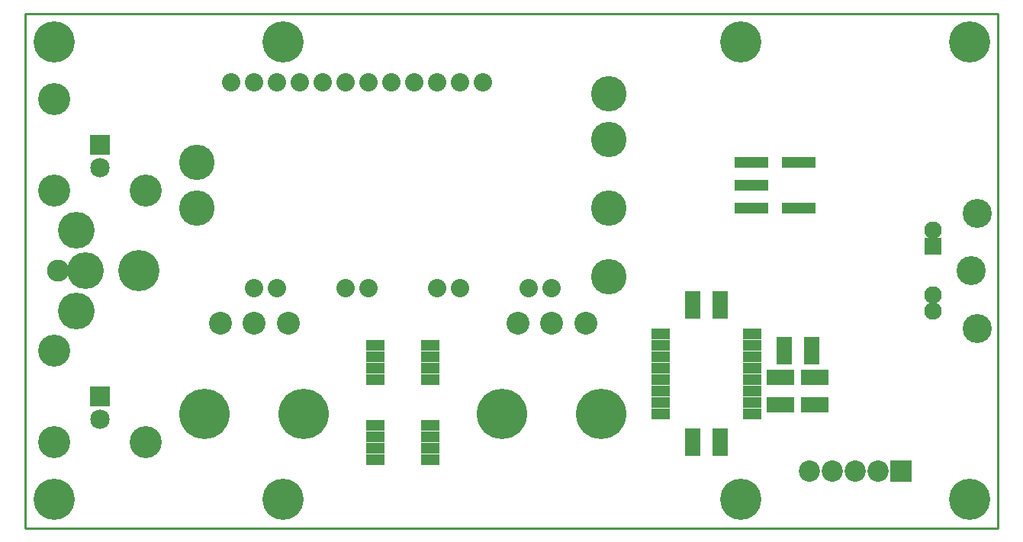
<source format=gts>
G04 (created by PCBNEW-RS274X (2011-05-25)-stable) date Fri 04 Oct 2013 02:44:26 PM EDT*
G01*
G70*
G90*
%MOIN*%
G04 Gerber Fmt 3.4, Leading zero omitted, Abs format*
%FSLAX34Y34*%
G04 APERTURE LIST*
%ADD10C,0.006000*%
%ADD11C,0.009000*%
%ADD12C,0.127000*%
%ADD13C,0.076000*%
%ADD14R,0.076000X0.076000*%
%ADD15C,0.180000*%
%ADD16C,0.080000*%
%ADD17R,0.080000X0.045000*%
%ADD18R,0.070000X0.120000*%
%ADD19R,0.120000X0.070000*%
%ADD20C,0.220000*%
%ADD21C,0.100000*%
%ADD22C,0.096000*%
%ADD23C,0.160000*%
%ADD24C,0.140000*%
%ADD25R,0.085000X0.085000*%
%ADD26C,0.085000*%
%ADD27C,0.093000*%
%ADD28R,0.093000X0.093000*%
%ADD29C,0.155000*%
%ADD30R,0.145000X0.050000*%
G04 APERTURE END LIST*
G54D10*
G54D11*
X29500Y-30500D02*
X29500Y-53000D01*
X72000Y-30500D02*
X29500Y-30500D01*
X72000Y-53000D02*
X72000Y-30500D01*
X29500Y-53000D02*
X72000Y-53000D01*
G54D12*
X71090Y-44270D03*
X71090Y-39230D03*
G54D13*
X69170Y-43520D03*
X69170Y-39980D03*
X69170Y-42815D03*
G54D14*
X69170Y-40685D03*
G54D12*
X70820Y-41750D03*
G54D15*
X30750Y-51750D03*
X40750Y-51750D03*
X30750Y-31750D03*
X60750Y-51750D03*
X70750Y-31750D03*
X70750Y-51750D03*
G54D16*
X44500Y-42500D03*
X43500Y-42500D03*
X40500Y-42500D03*
X39500Y-42500D03*
X47500Y-42500D03*
X48500Y-42500D03*
X51500Y-42500D03*
X52500Y-42500D03*
X38500Y-33500D03*
X39500Y-33500D03*
X40500Y-33500D03*
X41500Y-33500D03*
X42500Y-33500D03*
X43500Y-33500D03*
X44500Y-33500D03*
X45500Y-33500D03*
X46500Y-33500D03*
X47500Y-33500D03*
X48500Y-33500D03*
X49500Y-33500D03*
G54D17*
X57250Y-44500D03*
X57250Y-45000D03*
X57250Y-45500D03*
X57250Y-46000D03*
X57250Y-46500D03*
X57250Y-47000D03*
X57250Y-47500D03*
X57250Y-48000D03*
X61250Y-48000D03*
X61250Y-47500D03*
X61250Y-47000D03*
X61250Y-46500D03*
X61250Y-46000D03*
X61250Y-45500D03*
X61250Y-45000D03*
X61250Y-44500D03*
G54D18*
X59850Y-43250D03*
X58650Y-43250D03*
X63850Y-45250D03*
X62650Y-45250D03*
X59850Y-49250D03*
X58650Y-49250D03*
G54D19*
X64000Y-47600D03*
X64000Y-46400D03*
X62500Y-47600D03*
X62500Y-46400D03*
G54D20*
X41670Y-48000D03*
X37330Y-48000D03*
G54D21*
X39500Y-44060D03*
X40980Y-44060D03*
X38020Y-44060D03*
G54D20*
X54670Y-48000D03*
X50330Y-48000D03*
G54D21*
X52500Y-44060D03*
X53980Y-44060D03*
X51020Y-44060D03*
G54D15*
X40750Y-31750D03*
G54D22*
X30930Y-41750D03*
G54D23*
X32110Y-41750D03*
G54D15*
X34470Y-41750D03*
G54D23*
X31720Y-39980D03*
X31720Y-43520D03*
G54D24*
X30750Y-38250D03*
X30750Y-34250D03*
G54D25*
X32750Y-36250D03*
G54D26*
X32750Y-37250D03*
G54D24*
X34750Y-38250D03*
X30750Y-49250D03*
X30750Y-45250D03*
G54D25*
X32750Y-47250D03*
G54D26*
X32750Y-48250D03*
G54D24*
X34750Y-49250D03*
G54D27*
X66750Y-50500D03*
X65750Y-50500D03*
G54D28*
X67750Y-50500D03*
G54D27*
X64750Y-50500D03*
X63750Y-50500D03*
G54D15*
X60750Y-31750D03*
G54D29*
X37000Y-39000D03*
X37000Y-37000D03*
X55000Y-34000D03*
X55000Y-36000D03*
X55000Y-39000D03*
X55000Y-42000D03*
G54D17*
X44800Y-45000D03*
X44800Y-45500D03*
X44800Y-46000D03*
X44800Y-46500D03*
X47200Y-46500D03*
X47200Y-46000D03*
X47200Y-45500D03*
X47200Y-45000D03*
X44800Y-48500D03*
X44800Y-49000D03*
X44800Y-49500D03*
X44800Y-50000D03*
X47200Y-50000D03*
X47200Y-49500D03*
X47200Y-49000D03*
X47200Y-48500D03*
G54D30*
X61220Y-39000D03*
X61220Y-38000D03*
X61220Y-37000D03*
X63280Y-39000D03*
X63280Y-37000D03*
M02*

</source>
